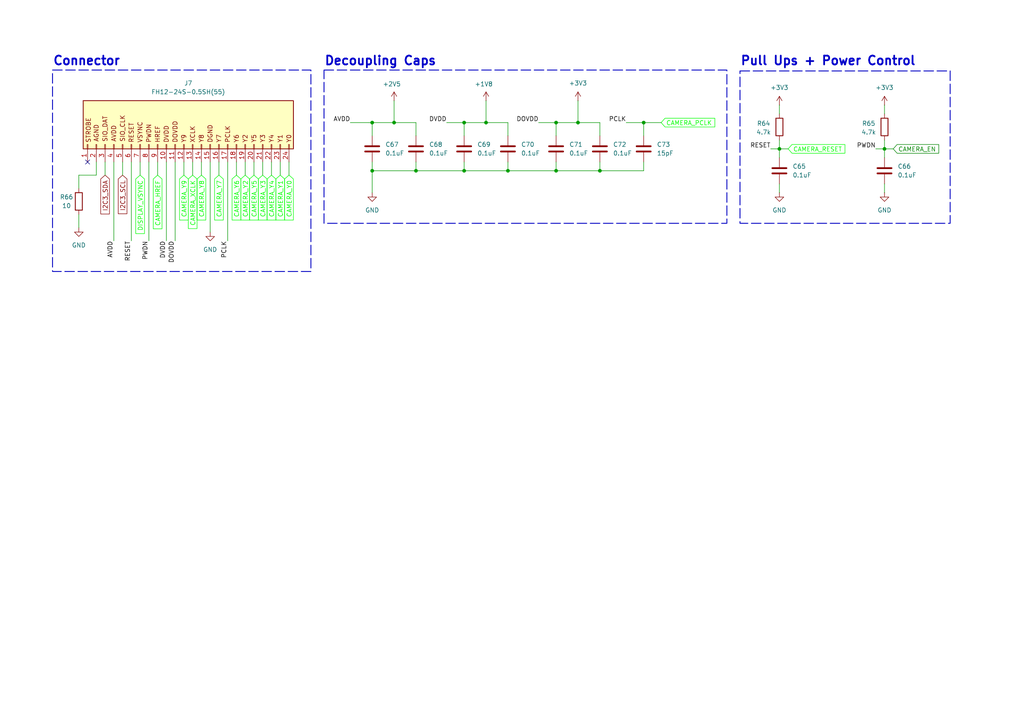
<source format=kicad_sch>
(kicad_sch (version 20250114) (generator "eeschema") (generator_version "9.0")
  (paper "A4")
  (title_block (title "HRVSTR") (date "2025-07-13") (rev "V1.0") (company "Smuggr"))
  (lib_symbols
    (symbol "Device:C" (pin_numbers (hide yes)) (pin_names (offset 0.254))
      (property "Reference" "C" (at 0.635 2.54 0))
      (property "Value" "C" (at 0.635 -2.54 0))
      (symbol "C_0_1"
        (polyline (pts (xy -2.032 0.762) (xy 2.032 0.762)) (stroke (width 0.508)))
        (polyline (pts (xy -2.032 -0.762) (xy 2.032 -0.762)) (stroke (width 0.508)))
      )
      (symbol "C_1_1"
        (pin passive line (at 0 3.81 270) (length 2.794) (name "~") (number "1"))
        (pin passive line (at 0 -3.81 90) (length 2.794) (name "~") (number "2"))
      )
    )
    (symbol "Device:R" (pin_numbers (hide yes)) (pin_names (offset 0))
      (property "Reference" "R" (at 2.032 0 90))
      (property "Value" "R" (at 0 0 90))
      (symbol "R_0_1"
        (rectangle (start -1.016 -2.54) (end 1.016 2.54) (stroke (width 0.254)))
      )
      (symbol "R_1_1"
        (pin passive line (at 0 3.81 270) (length 1.27) (name "~") (number "1"))
        (pin passive line (at 0 -3.81 90) (length 1.27) (name "~") (number "2"))
      )
    )
    (symbol "OV2640:FH12-24S-0.5SH" (pin_names (offset 1.016) (hide yes))
      (property "Reference" "J5" (at 17.78 -1.27 90))
      (property "Value" "FH12-24S-0.5SH" (at 15.24 -1.27 90))
      (symbol "FH12-24S-0.5SH_1_1"
        (rectangle (start -1.27 36.83) (end 12.7 -24.13) (stroke (width 0.254)) (fill (type background)))
        (rectangle (start -1.27 35.687) (end 0 35.433) (stroke (width 0.1524)))
        (rectangle (start -1.27 33.147) (end 0 32.893) (stroke (width 0.1524)))
        (rectangle (start -1.27 30.607) (end 0 30.353) (stroke (width 0.1524)))
        (rectangle (start -1.27 28.067) (end 0 27.813) (stroke (width 0.1524)))
        (rectangle (start -1.27 25.527) (end 0 25.273) (stroke (width 0.1524)))
        (rectangle (start -1.27 22.987) (end 0 22.733) (stroke (width 0.1524)))
        (rectangle (start -1.27 20.447) (end 0 20.193) (stroke (width 0.1524)))
        (rectangle (start -1.27 17.907) (end 0 17.653) (stroke (width 0.1524)))
        (rectangle (start -1.27 15.367) (end 0 15.113) (stroke (width 0.1524)))
        (rectangle (start -1.27 12.827) (end 0 12.573) (stroke (width 0.1524)))
        (rectangle (start -1.27 10.287) (end 0 10.033) (stroke (width 0.1524)))
        (rectangle (start -1.27 7.747) (end 0 7.493) (stroke (width 0.1524)))
        (rectangle (start -1.27 5.207) (end 0 4.953) (stroke (width 0.1524)))
        (rectangle (start -1.27 2.667) (end 0 2.413) (stroke (width 0.1524)))
        (rectangle (start -1.27 0.127) (end 0 -0.127) (stroke (width 0.1524)))
        (rectangle (start -1.27 -2.413) (end 0 -2.667) (stroke (width 0.1524)))
        (rectangle (start -1.27 -4.953) (end 0 -5.207) (stroke (width 0.1524)))
        (rectangle (start -1.27 -7.493) (end 0 -7.747) (stroke (width 0.1524)))
        (rectangle (start -1.27 -10.033) (end 0 -10.287) (stroke (width 0.1524)))
        (rectangle (start -1.27 -12.573) (end 0 -12.827) (stroke (width 0.1524)))
        (rectangle (start -1.27 -15.113) (end 0 -15.367) (stroke (width 0.1524)))
        (rectangle (start -1.27 -17.653) (end 0 -17.907) (stroke (width 0.1524)))
        (rectangle (start -1.27 -20.193) (end 0 -20.447) (stroke (width 0.1524)))
        (rectangle (start -1.27 -22.733) (end 0 -22.987) (stroke (width 0.1524)))
        (text "STROBE" (at 0.508 35.306 0) (effects (font (size 1.27 1.27)) (justify left)))
        (text "RESET" (at 0.508 22.86 0) (effects (font (size 1.27 1.27)) (justify left)))
        (text "VSYNC" (at 0.508 20.32 0) (effects (font (size 1.27 1.27)) (justify left)))
        (text "PWDN" (at 0.508 17.78 0) (effects (font (size 1.27 1.27)) (justify left)))
        (text "HREF" (at 0.508 15.24 0) (effects (font (size 1.27 1.27)) (justify left)))
        (text "DVDD" (at 0.508 12.7 0) (effects (font (size 1.27 1.27)) (justify left)))
        (text "DOVDD" (at 0.508 10.16 0) (effects (font (size 1.27 1.27)) (justify left)))
        (text "Y9" (at 0.508 7.62 0) (effects (font (size 1.27 1.27)) (justify left)))
        (text "XCLK" (at 0.508 5.08 0) (effects (font (size 1.27 1.27)) (justify left)))
        (text "Y8" (at 0.508 2.54 0) (effects (font (size 1.27 1.27)) (justify left)))
        (text "DGND" (at 0.508 0 0) (effects (font (size 1.27 1.27)) (justify left)))
        (text "Y7" (at 0.508 -2.54 0) (effects (font (size 1.27 1.27)) (justify left)))
        (text "PCLK" (at 0.508 -5.08 0) (effects (font (size 1.27 1.27)) (justify left)))
        (text "Y6" (at 0.508 -7.62 0) (effects (font (size 1.27 1.27)) (justify left)))
        (text "Y2" (at 0.508 -10.16 0) (effects (font (size 1.27 1.27)) (justify left)))
        (text "Y5" (at 0.508 -12.7 0) (effects (font (size 1.27 1.27)) (justify left)))
        (text "Y3" (at 0.508 -15.24 0) (effects (font (size 1.27 1.27)) (justify left)))
        (text "Y4" (at 0.508 -17.78 0) (effects (font (size 1.27 1.27)) (justify left)))
        (text "Y1" (at 0.508 -20.32 0) (effects (font (size 1.27 1.27)) (justify left)))
        (text "Y0" (at 0.508 -22.86 0) (effects (font (size 1.27 1.27)) (justify left)))
        (text "AGND" (at 0.762 33.02 0) (effects (font (size 1.27 1.27)) (justify left)))
        (text "SIO_DAT" (at 0.762 30.48 0) (effects (font (size 1.27 1.27)) (justify left)))
        (text "AVDD" (at 0.762 27.94 0) (effects (font (size 1.27 1.27)) (justify left)))
        (text "SIO_CLK" (at 0.762 25.4 0) (effects (font (size 1.27 1.27)) (justify left)))
        (pin passive line (at -5.08 35.56 0) (length 3.81) (name "Pin_1") (number "1"))
        (pin passive line (at -5.08 33.02 0) (length 3.81) (name "Pin_2") (number "2"))
        (pin passive line (at -5.08 30.48 0) (length 3.81) (name "Pin_3") (number "3"))
        (pin passive line (at -5.08 27.94 0) (length 3.81) (name "Pin_4") (number "4"))
        (pin passive line (at -5.08 25.4 0) (length 3.81) (name "Pin_5") (number "5"))
        (pin passive line (at -5.08 22.86 0) (length 3.81) (name "Pin_6") (number "6"))
        (pin passive line (at -5.08 20.32 0) (length 3.81) (name "Pin_7") (number "7"))
        (pin passive line (at -5.08 17.78 0) (length 3.81) (name "Pin_8") (number "8"))
        (pin passive line (at -5.08 15.24 0) (length 3.81) (name "Pin_9") (number "9"))
        (pin passive line (at -5.08 12.7 0) (length 3.81) (name "Pin_10") (number "10"))
        (pin passive line (at -5.08 10.16 0) (length 3.81) (name "Pin_11") (number "11"))
        (pin passive line (at -5.08 7.62 0) (length 3.81) (name "Pin_12") (number "12"))
        (pin passive line (at -5.08 5.08 0) (length 3.81) (name "Pin_13") (number "13"))
        (pin passive line (at -5.08 2.54 0) (length 3.81) (name "Pin_14") (number "14"))
        (pin passive line (at -5.08 0 0) (length 3.81) (name "Pin_15") (number "15"))
        (pin passive line (at -5.08 -2.54 0) (length 3.81) (name "Pin_16") (number "16"))
        (pin passive line (at -5.08 -5.08 0) (length 3.81) (name "Pin_17") (number "17"))
        (pin passive line (at -5.08 -7.62 0) (length 3.81) (name "Pin_18") (number "18"))
        (pin passive line (at -5.08 -10.16 0) (length 3.81) (name "Pin_19") (number "19"))
        (pin passive line (at -5.08 -12.7 0) (length 3.81) (name "Pin_20") (number "20"))
        (pin passive line (at -5.08 -15.24 0) (length 3.81) (name "Pin_21") (number "21"))
        (pin passive line (at -5.08 -17.78 0) (length 3.81) (name "Pin_22") (number "22"))
        (pin passive line (at -5.08 -20.32 0) (length 3.81) (name "Pin_23") (number "23"))
        (pin passive line (at -5.08 -22.86 0) (length 3.81) (name "Pin_24") (number "24"))
      )
    )
    (symbol "power:+3V3" (power) (pin_numbers (hide yes)) (pin_names (offset 0) (hide yes))
      (property "Value" "+3V3" (at 0 3.556 0))
      (symbol "+3V3_0_1"
        (polyline (pts (xy -0.762 1.27) (xy 0 2.54)))
        (polyline (pts (xy 0 2.54) (xy 0.762 1.27)))
        (polyline (pts (xy 0 0) (xy 0 2.54)))
      )
      (symbol "+3V3_1_1"
        (pin power_in line (at 0 0 90) (length 0) (name "~") (number "1"))
      )
    )
    (symbol "power:GND" (power) (pin_numbers (hide yes)) (pin_names (offset 0) (hide yes))
      (property "Value" "GND" (at 0 -3.81 0))
      (symbol "GND_0_1"
        (polyline (pts (xy 0 0) (xy 0 -1.27) (xy 1.27 -1.27) (xy 0 -2.54) (xy -1.27 -1.27) (xy 0 -1.27)))
      )
      (symbol "GND_1_1"
        (pin power_in line (at 0 0 270) (length 0) (name "~") (number "1"))
      )
    )
  )
  (rectangle (start 15.24 20.32) (end 90.17 78.74) (stroke (width 0.254) (type dash)))
  (rectangle (start 214.63 20.574) (end 275.59 64.77) (stroke (width 0.254) (type dash)))
  (rectangle (start 93.98 20.32) (end 210.82 64.77) (stroke (width 0.254) (type dash)))
  (text "Pull Ups + Power Control" (at 214.63 17.78 0) (effects (font (size 2.54 2.54) (thickness 0.508) (bold yes)) (justify left)))
  (text "Decoupling Caps" (at 93.98 17.78 0) (effects (font (size 2.54 2.54) (thickness 0.508) (bold yes)) (justify left)))
  (text "Connector" (at 15.24 17.78 0) (effects (font (size 2.54 2.54) (thickness 0.508) (bold yes)) (justify left)))
  (junction (at 114.3 35.56))
  (junction (at 186.69 35.56))
  (junction (at 107.95 49.53))
  (junction (at 226.06 43.18))
  (junction (at 256.54 43.18))
  (junction (at 140.97 35.56))
  (junction (at 107.95 35.56))
  (junction (at 161.29 49.53))
  (junction (at 167.64 35.56))
  (junction (at 134.62 49.53))
  (junction (at 120.65 49.53))
  (junction (at 134.62 35.56))
  (junction (at 173.99 49.53))
  (junction (at 161.29 35.56))
  (junction (at 147.32 49.53))
  (no_connect (at 25.4 46.99))
  (wire (pts (xy 226.06 30.48) (xy 226.06 33.02)))
  (wire (pts (xy 256.54 40.64) (xy 256.54 43.18)))
  (wire (pts (xy 226.06 43.18) (xy 223.52 43.18)))
  (wire (pts (xy 81.28 46.99) (xy 81.28 50.8)))
  (wire (pts (xy 167.64 35.56) (xy 173.99 35.56)))
  (wire (pts (xy 30.48 46.99) (xy 30.48 50.8)))
  (wire (pts (xy 114.3 35.56) (xy 120.65 35.56)))
  (wire (pts (xy 226.06 43.18) (xy 228.6 43.18)))
  (wire (pts (xy 107.95 49.53) (xy 107.95 55.88)))
  (wire (pts (xy 186.69 35.56) (xy 181.61 35.56)))
  (wire (pts (xy 226.06 40.64) (xy 226.06 43.18)))
  (wire (pts (xy 120.65 46.99) (xy 120.65 49.53)))
  (wire (pts (xy 53.34 46.99) (xy 53.34 50.8)))
  (wire (pts (xy 173.99 46.99) (xy 173.99 49.53)))
  (wire (pts (xy 147.32 49.53) (xy 161.29 49.53)))
  (wire (pts (xy 58.42 46.99) (xy 58.42 50.8)))
  (wire (pts (xy 22.86 50.8) (xy 27.94 50.8)))
  (wire (pts (xy 161.29 49.53) (xy 173.99 49.53)))
  (wire (pts (xy 76.2 46.99) (xy 76.2 50.8)))
  (wire (pts (xy 22.86 62.23) (xy 22.86 66.04)))
  (wire (pts (xy 140.97 29.21) (xy 140.97 35.56)))
  (wire (pts (xy 134.62 49.53) (xy 134.62 46.99)))
  (wire (pts (xy 167.64 29.21) (xy 167.64 35.56)))
  (wire (pts (xy 161.29 49.53) (xy 161.29 46.99)))
  (wire (pts (xy 186.69 35.56) (xy 186.69 39.37)))
  (wire (pts (xy 45.72 46.99) (xy 45.72 50.8)))
  (wire (pts (xy 134.62 35.56) (xy 134.62 39.37)))
  (wire (pts (xy 63.5 46.99) (xy 63.5 50.8)))
  (wire (pts (xy 71.12 46.99) (xy 71.12 50.8)))
  (wire (pts (xy 43.18 46.99) (xy 43.18 69.85)))
  (wire (pts (xy 73.66 46.99) (xy 73.66 50.8)))
  (wire (pts (xy 256.54 43.18) (xy 254 43.18)))
  (wire (pts (xy 35.56 46.99) (xy 35.56 50.8)))
  (wire (pts (xy 161.29 35.56) (xy 161.29 39.37)))
  (wire (pts (xy 66.04 46.99) (xy 66.04 69.85)))
  (wire (pts (xy 186.69 46.99) (xy 186.69 49.53)))
  (wire (pts (xy 226.06 43.18) (xy 226.06 45.72)))
  (wire (pts (xy 83.82 46.99) (xy 83.82 50.8)))
  (wire (pts (xy 120.65 49.53) (xy 134.62 49.53)))
  (wire (pts (xy 186.69 35.56) (xy 191.77 35.56)))
  (wire (pts (xy 55.88 46.99) (xy 55.88 50.8)))
  (wire (pts (xy 226.06 53.34) (xy 226.06 55.88)))
  (wire (pts (xy 256.54 53.34) (xy 256.54 55.88)))
  (wire (pts (xy 186.69 49.53) (xy 173.99 49.53)))
  (wire (pts (xy 147.32 46.99) (xy 147.32 49.53)))
  (wire (pts (xy 114.3 29.21) (xy 114.3 35.56)))
  (wire (pts (xy 107.95 49.53) (xy 120.65 49.53)))
  (wire (pts (xy 161.29 35.56) (xy 167.64 35.56)))
  (wire (pts (xy 161.29 35.56) (xy 156.21 35.56)))
  (wire (pts (xy 60.96 46.99) (xy 60.96 67.31)))
  (wire (pts (xy 50.8 46.99) (xy 50.8 69.85)))
  (wire (pts (xy 48.26 46.99) (xy 48.26 69.85)))
  (wire (pts (xy 107.95 35.56) (xy 114.3 35.56)))
  (wire (pts (xy 147.32 39.37) (xy 147.32 35.56)))
  (wire (pts (xy 256.54 30.48) (xy 256.54 33.02)))
  (wire (pts (xy 107.95 35.56) (xy 101.6 35.56)))
  (wire (pts (xy 68.58 46.99) (xy 68.58 50.8)))
  (wire (pts (xy 33.02 46.99) (xy 33.02 69.85)))
  (wire (pts (xy 22.86 50.8) (xy 22.86 54.61)))
  (wire (pts (xy 107.95 49.53) (xy 107.95 46.99)))
  (wire (pts (xy 38.1 46.99) (xy 38.1 69.85)))
  (wire (pts (xy 107.95 35.56) (xy 107.95 39.37)))
  (wire (pts (xy 134.62 49.53) (xy 147.32 49.53)))
  (wire (pts (xy 40.64 46.99) (xy 40.64 50.8)))
  (wire (pts (xy 134.62 35.56) (xy 129.54 35.56)))
  (wire (pts (xy 140.97 35.56) (xy 147.32 35.56)))
  (wire (pts (xy 120.65 39.37) (xy 120.65 35.56)))
  (wire (pts (xy 256.54 43.18) (xy 259.08 43.18)))
  (wire (pts (xy 134.62 35.56) (xy 140.97 35.56)))
  (wire (pts (xy 27.94 50.8) (xy 27.94 46.99)))
  (wire (pts (xy 173.99 39.37) (xy 173.99 35.56)))
  (wire (pts (xy 256.54 43.18) (xy 256.54 45.72)))
  (wire (pts (xy 78.74 46.99) (xy 78.74 50.8)))
  (label "DOVDD" (at 156.21 35.56 180))
  (label "PCLK" (at 66.04 69.85 270))
  (label "DOVDD" (at 50.8 69.85 270))
  (label "PCLK" (at 181.61 35.56 180))
  (label "PWDN" (at 43.18 69.85 270))
  (label "PWDN" (at 254 43.18 180))
  (label "DVDD" (at 48.26 69.85 270))
  (label "AVDD" (at 101.6 35.56 180))
  (label "RESET" (at 223.52 43.18 180))
  (label "DVDD" (at 129.54 35.56 180))
  (label "RESET" (at 38.1 69.85 270))
  (label "AVDD" (at 33.02 69.85 270))
  (global_label "CAMERA_XCLK" (shape input) (at 55.88 50.8 270) (property "Intersheetrefs" "${INTERSHEET_REFS}" (effects (hide yes))))
  (global_label "CAMERA_Y1" (shape input) (at 81.28 50.8 270) (property "Intersheetrefs" "${INTERSHEET_REFS}" (effects (hide yes))))
  (global_label "CAMERA_HREF" (shape input) (at 45.72 50.8 270) (property "Intersheetrefs" "${INTERSHEET_REFS}" (effects (hide yes))))
  (global_label "CAMERA_Y3" (shape input) (at 76.2 50.8 270) (property "Intersheetrefs" "${INTERSHEET_REFS}" (effects (hide yes))))
  (global_label "CAMERA_Y4" (shape input) (at 78.74 50.8 270) (property "Intersheetrefs" "${INTERSHEET_REFS}" (effects (hide yes))))
  (global_label "I2C3_SDA" (shape input) (at 30.48 50.8 270) (property "Intersheetrefs" "${INTERSHEET_REFS}" (effects (hide yes))))
  (global_label "CAMERA_Y8" (shape input) (at 58.42 50.8 270) (property "Intersheetrefs" "${INTERSHEET_REFS}" (effects (hide yes))))
  (global_label "DISPLAY_VSYNC" (shape input) (at 40.64 50.8 270) (property "Intersheetrefs" "${INTERSHEET_REFS}" (effects (hide yes))))
  (global_label "CAMERA_Y0" (shape input) (at 83.82 50.8 270) (property "Intersheetrefs" "${INTERSHEET_REFS}" (effects (hide yes))))
  (global_label "CAMERA_EN" (shape input) (at 259.08 43.18 0) (property "Intersheetrefs" "${INTERSHEET_REFS}" (effects (hide yes))))
  (global_label "CAMERA_Y5" (shape input) (at 73.66 50.8 270) (property "Intersheetrefs" "${INTERSHEET_REFS}" (effects (hide yes))))
  (global_label "CAMERA_Y7" (shape input) (at 63.5 50.8 270) (property "Intersheetrefs" "${INTERSHEET_REFS}" (effects (hide yes))))
  (global_label "I2C3_SCL" (shape input) (at 35.56 50.8 270) (property "Intersheetrefs" "${INTERSHEET_REFS}" (effects (hide yes))))
  (global_label "CAMERA_Y9" (shape input) (at 53.34 50.8 270) (property "Intersheetrefs" "${INTERSHEET_REFS}" (effects (hide yes))))
  (global_label "CAMERA_Y6" (shape input) (at 68.58 50.8 270) (property "Intersheetrefs" "${INTERSHEET_REFS}" (effects (hide yes))))
  (global_label "CAMERA_PCLK" (shape input) (at 191.77 35.56 0) (property "Intersheetrefs" "${INTERSHEET_REFS}" (effects (hide yes))))
  (global_label "CAMERA_RESET" (shape input) (at 228.6 43.18 0) (property "Intersheetrefs" "${INTERSHEET_REFS}" (effects (hide yes))))
  (global_label "CAMERA_Y2" (shape input) (at 71.12 50.8 270) (property "Intersheetrefs" "${INTERSHEET_REFS}" (effects (hide yes))))
  (symbol (lib_id "power:GND") (at 60.96 67.31 0) (unit 1)
    (property "Reference" "#PWR0117" (effects (hide yes)))
    (property "Value" "GND" (at 60.96 72.39 0))
    (property "Description" "Power symbol creates a global label with name \"GND\" , ground" (effects (hide yes)))
  )
  (symbol (lib_id "power:+3V3") (at 226.06 30.48 0) (unit 1)
    (property "Reference" "#PWR0109" (effects (hide yes)))
    (property "Value" "+3V3" (at 226.06 25.4 0))
    (property "Description" "Power symbol creates a global label with name \"+3V3\"" (effects (hide yes)))
  )
  (symbol (lib_id "Device:C") (at 134.62 43.18 0) (unit 1)
    (property "Reference" "C69" (at 138.43 41.9099 0) (effects (justify left)))
    (property "Value" "0.1uF" (at 138.43 44.4499 0) (effects (justify left)))
    (property "Description" "Unpolarized capacitor" (effects (hide yes)))
  )
  (symbol (lib_id "OV2640:FH12-24S-0.5SH") (at 60.96 41.91 90) (unit 1)
    (property "Reference" "J7" (at 54.61 24.13 90))
    (property "Value" "FH12-24S-0.5SH(55)" (at 54.61 26.67 90))
    (property "Description" "Generic connector, single row, 01x30, script generated (kicad-library-utils/schlib/autogen/connector/)" (effects (hide yes)))
  )
  (symbol (lib_id "Device:C") (at 256.54 49.53 0) (unit 1)
    (property "Reference" "C66" (at 260.35 48.2599 0) (effects (justify left)))
    (property "Value" "0.1uF" (at 260.35 50.7999 0) (effects (justify left)))
    (property "Description" "Unpolarized capacitor" (effects (hide yes)))
  )
  (symbol (lib_id "Device:C") (at 173.99 43.18 0) (unit 1)
    (property "Reference" "C72" (at 177.8 41.9099 0) (effects (justify left)))
    (property "Value" "0.1uF" (at 177.8 44.4499 0) (effects (justify left)))
    (property "Description" "Unpolarized capacitor" (effects (hide yes)))
  )
  (symbol (lib_id "power:+3V3") (at 114.3 29.21 0) (unit 1)
    (property "Reference" "#PWR0115" (effects (hide yes)))
    (property "Value" "+2V5" (at 110.998 24.384 0) (effects (justify left)))
    (property "Description" "Power symbol creates a global label with name \"+3V3\"" (effects (hide yes)))
  )
  (symbol (lib_id "Device:C") (at 186.69 43.18 0) (unit 1)
    (property "Reference" "C73" (at 190.5 41.9099 0) (effects (justify left)))
    (property "Value" "15pF" (at 190.5 44.4499 0) (effects (justify left)))
    (property "Description" "Unpolarized capacitor" (effects (hide yes)))
  )
  (symbol (lib_id "Device:C") (at 120.65 43.18 0) (unit 1)
    (property "Reference" "C68" (at 124.46 41.9099 0) (effects (justify left)))
    (property "Value" "0.1uF" (at 124.46 44.4499 0) (effects (justify left)))
    (property "Description" "Unpolarized capacitor" (effects (hide yes)))
  )
  (symbol (lib_id "power:+3V3") (at 256.54 30.48 0) (unit 1)
    (property "Reference" "#PWR0111" (effects (hide yes)))
    (property "Value" "+3V3" (at 256.54 25.4 0))
    (property "Description" "Power symbol creates a global label with name \"+3V3\"" (effects (hide yes)))
  )
  (symbol (lib_id "power:+3V3") (at 167.64 29.21 0) (unit 1)
    (property "Reference" "#PWR0118" (effects (hide yes)))
    (property "Value" "+3V3" (at 167.64 24.13 0))
    (property "Description" "Power symbol creates a global label with name \"+3V3\"" (effects (hide yes)))
  )
  (symbol (lib_id "Device:C") (at 107.95 43.18 0) (unit 1)
    (property "Reference" "C67" (at 111.76 41.9099 0) (effects (justify left)))
    (property "Value" "0.1uF" (at 111.76 44.4499 0) (effects (justify left)))
    (property "Description" "Unpolarized capacitor" (effects (hide yes)))
  )
  (symbol (lib_id "power:GND") (at 107.95 55.88 0) (unit 1)
    (property "Reference" "#PWR0113" (effects (hide yes)))
    (property "Value" "GND" (at 107.95 60.96 0))
    (property "Description" "Power symbol creates a global label with name \"GND\" , ground" (effects (hide yes)))
  )
  (symbol (lib_id "power:GND") (at 226.06 55.88 0) (unit 1)
    (property "Reference" "#PWR0110" (effects (hide yes)))
    (property "Value" "GND" (at 226.06 60.96 0))
    (property "Description" "Power symbol creates a global label with name \"GND\" , ground" (effects (hide yes)))
  )
  (symbol (lib_id "Device:C") (at 147.32 43.18 0) (unit 1)
    (property "Reference" "C70" (at 151.13 41.9099 0) (effects (justify left)))
    (property "Value" "0.1uF" (at 151.13 44.4499 0) (effects (justify left)))
    (property "Description" "Unpolarized capacitor" (effects (hide yes)))
  )
  (symbol (lib_id "power:+3V3") (at 140.97 29.21 0) (unit 1)
    (property "Reference" "#PWR0116" (effects (hide yes)))
    (property "Value" "+1V8" (at 137.668 24.384 0) (effects (justify left)))
    (property "Description" "Power symbol creates a global label with name \"+3V3\"" (effects (hide yes)))
  )
  (symbol (lib_id "Device:R") (at 22.86 58.42 180) (unit 1)
    (property "Reference" "R66" (at 19.304 57.15 0))
    (property "Value" "10" (at 19.304 59.69 0))
    (property "Description" "Resistor" (effects (hide yes)))
  )
  (symbol (lib_id "power:GND") (at 256.54 55.88 0) (unit 1)
    (property "Reference" "#PWR0112" (effects (hide yes)))
    (property "Value" "GND" (at 256.54 60.96 0))
    (property "Description" "Power symbol creates a global label with name \"GND\" , ground" (effects (hide yes)))
  )
  (symbol (lib_id "Device:R") (at 256.54 36.83 0) (mirror y) (unit 1)
    (property "Reference" "R65" (at 251.968 35.814 0))
    (property "Value" "4.7k" (at 251.968 38.354 0))
    (property "Description" "Resistor" (effects (hide yes)))
  )
  (symbol (lib_id "Device:C") (at 226.06 49.53 0) (unit 1)
    (property "Reference" "C65" (at 229.87 48.2599 0) (effects (justify left)))
    (property "Value" "0.1uF" (at 229.87 50.7999 0) (effects (justify left)))
    (property "Description" "Unpolarized capacitor" (effects (hide yes)))
  )
  (symbol (lib_id "Device:C") (at 161.29 43.18 0) (unit 1)
    (property "Reference" "C71" (at 165.1 41.9099 0) (effects (justify left)))
    (property "Value" "0.1uF" (at 165.1 44.4499 0) (effects (justify left)))
    (property "Description" "Unpolarized capacitor" (effects (hide yes)))
  )
  (symbol (lib_id "power:GND") (at 22.86 66.04 0) (unit 1)
    (property "Reference" "#PWR0114" (effects (hide yes)))
    (property "Value" "GND" (at 22.86 71.12 0))
    (property "Description" "Power symbol creates a global label with name \"GND\" , ground" (effects (hide yes)))
  )
  (symbol (lib_id "Device:R") (at 226.06 36.83 0) (mirror y) (unit 1)
    (property "Reference" "R64" (at 221.488 35.814 0))
    (property "Value" "4.7k" (at 221.488 38.354 0))
    (property "Description" "Resistor" (effects (hide yes)))
  )
)
</source>
